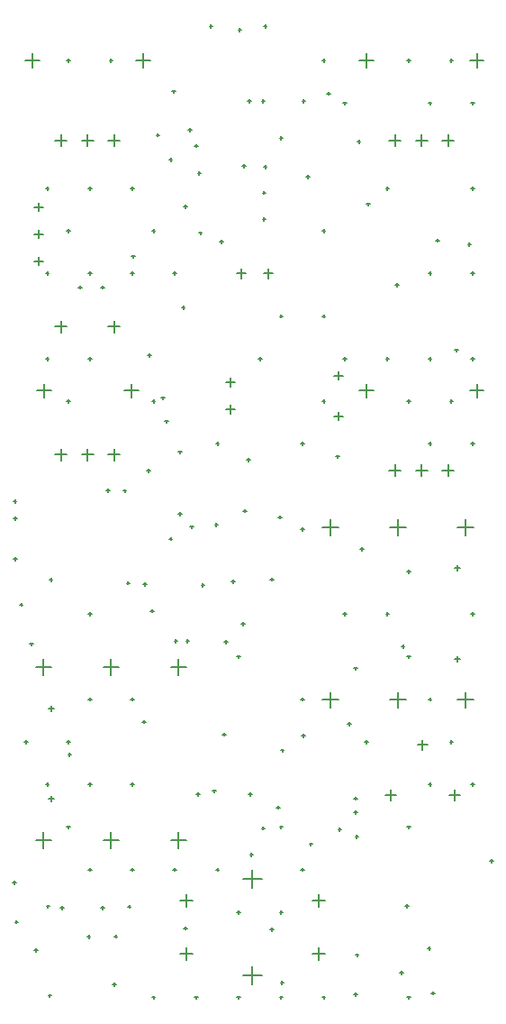
<source format=gbr>
%TF.GenerationSoftware,Altium Limited,Altium Designer,23.1.1 (15)*%
G04 Layer_Color=128*
%FSLAX26Y26*%
%MOIN*%
%TF.SameCoordinates,CF7A6AEE-9E07-4C1C-9DF4-B320C76D0393*%
%TF.FilePolarity,Positive*%
%TF.FileFunction,Drillmap*%
%TF.Part,Single*%
G01*
G75*
%TA.AperFunction,NonConductor*%
%ADD123C,0.005000*%
D123*
X344488Y2559055D02*
X387795D01*
X366142Y2537402D02*
Y2580709D01*
X147638Y2559055D02*
X190945D01*
X169291Y2537402D02*
Y2580709D01*
X80709Y2322846D02*
X131890D01*
X106299Y2297256D02*
Y2348437D01*
X344501Y2086614D02*
X387808D01*
X366155Y2064961D02*
Y2108268D01*
X246063Y2086614D02*
X289370D01*
X267716Y2064961D02*
Y2108268D01*
X147651Y2086614D02*
X190958D01*
X169304Y2064961D02*
Y2108268D01*
X403543Y2322846D02*
X454724D01*
X429134Y2297256D02*
Y2348437D01*
X446863Y3543319D02*
X498044D01*
X472454Y3517728D02*
Y3568909D01*
X147651Y3248043D02*
X190958D01*
X169304Y3226390D02*
Y3269697D01*
X246076Y3248043D02*
X289383D01*
X267729Y3226390D02*
Y3269697D01*
X344501Y3248043D02*
X387808D01*
X366155Y3226390D02*
Y3269697D01*
X37414Y3543319D02*
X88595D01*
X63005Y3517728D02*
Y3568909D01*
X1683084Y3543319D02*
X1734265D01*
X1708674Y3517728D02*
Y3568909D01*
X1383871Y3248043D02*
X1427178D01*
X1405525Y3226390D02*
Y3269697D01*
X1482296Y3248043D02*
X1525603D01*
X1503950Y3226390D02*
Y3269697D01*
X1580722Y3248043D02*
X1624029D01*
X1602375Y3226390D02*
Y3269697D01*
X1273635Y3543319D02*
X1324816D01*
X1299225Y3517728D02*
Y3568909D01*
X1273635Y2322846D02*
X1324816D01*
X1299225Y2297256D02*
Y2348437D01*
X1580722Y2027571D02*
X1624029D01*
X1602375Y2005917D02*
Y2049224D01*
X1482296Y2027571D02*
X1525603D01*
X1503950Y2005917D02*
Y2049224D01*
X1383871Y2027571D02*
X1427178D01*
X1405525Y2005917D02*
Y2049224D01*
X1683084Y2322846D02*
X1734265D01*
X1708674Y2297256D02*
Y2348437D01*
X608268Y437008D02*
X655512D01*
X631890Y413386D02*
Y460630D01*
X608268Y240157D02*
X655512D01*
X631890Y216536D02*
Y263779D01*
X1100394Y240157D02*
X1147638D01*
X1124016Y216536D02*
Y263779D01*
X1100394Y437008D02*
X1147638D01*
X1124016Y413386D02*
Y460630D01*
X844488Y515748D02*
X911417D01*
X877953Y482284D02*
Y549213D01*
X844488Y161417D02*
X911417D01*
X877953Y127953D02*
Y194882D01*
X780063Y2253150D02*
X812063D01*
X796063Y2237150D02*
Y2269150D01*
X780063Y2353150D02*
X812063D01*
X796063Y2337150D02*
Y2369150D01*
X1180063Y2378150D02*
X1212063D01*
X1196063Y2362150D02*
Y2394150D01*
X1180063Y2228150D02*
X1212063D01*
X1196063Y2212150D02*
Y2244150D01*
X918327Y2755905D02*
X953327D01*
X935827Y2738405D02*
Y2773405D01*
X818327Y2755905D02*
X853327D01*
X835827Y2738405D02*
Y2773405D01*
X1137795Y1178543D02*
X1196851D01*
X1167323Y1149016D02*
Y1208071D01*
X1637795Y1178543D02*
X1696851D01*
X1667323Y1149016D02*
Y1208071D01*
X1387795Y1178543D02*
X1446851D01*
X1417323Y1149016D02*
Y1208071D01*
X1387795Y1817520D02*
X1446851D01*
X1417323Y1787992D02*
Y1847047D01*
X1637795Y1817520D02*
X1696851D01*
X1667323Y1787992D02*
Y1847047D01*
X1137795Y1817520D02*
X1196851D01*
X1167323Y1787992D02*
Y1847047D01*
X1627953Y1665354D02*
X1647638D01*
X1637795Y1655512D02*
Y1675197D01*
X1627953Y1330709D02*
X1647638D01*
X1637795Y1320866D02*
Y1340551D01*
X574803Y1299803D02*
X633858D01*
X604331Y1270276D02*
Y1329331D01*
X74803Y1299803D02*
X133858D01*
X104331Y1270276D02*
Y1329331D01*
X324803Y1299803D02*
X383858D01*
X354331Y1270276D02*
Y1329331D01*
X324803Y660827D02*
X383858D01*
X354331Y631299D02*
Y690354D01*
X74803Y660827D02*
X133858D01*
X104331Y631299D02*
Y690354D01*
X574803Y660827D02*
X633858D01*
X604331Y631299D02*
Y690354D01*
X124016Y812992D02*
X143701D01*
X133858Y803150D02*
Y822835D01*
X124016Y1147638D02*
X143701D01*
X133858Y1137795D02*
Y1157480D01*
X1370079Y826772D02*
X1409449D01*
X1389764Y807087D02*
Y846457D01*
X1488189Y1011811D02*
X1527559D01*
X1507874Y992126D02*
Y1031496D01*
X1606299Y826772D02*
X1645669D01*
X1625984Y807087D02*
Y846457D01*
X70614Y2801575D02*
X102614D01*
X86614Y2785575D02*
Y2817575D01*
X70614Y2901575D02*
X102614D01*
X86614Y2885575D02*
Y2917575D01*
X70614Y3001575D02*
X102614D01*
X86614Y2985575D02*
Y3017575D01*
X1529527Y2440945D02*
X1541338D01*
X1535433Y2435039D02*
Y2446850D01*
X1608267Y2283464D02*
X1620078D01*
X1614173Y2277559D02*
Y2289370D01*
X978346Y708661D02*
X990157D01*
X984252Y702756D02*
Y714567D01*
X269685Y3070866D02*
X281496D01*
X275590Y3064960D02*
Y3076771D01*
X1214567Y1496063D02*
X1226378D01*
X1220472Y1490157D02*
Y1501968D01*
X1687007Y2125984D02*
X1698819D01*
X1692913Y2120078D02*
Y2131889D01*
X742126Y551181D02*
X753937D01*
X748031Y545275D02*
Y557086D01*
X112204Y866141D02*
X124016D01*
X118110Y860236D02*
Y872047D01*
X1450787Y1653543D02*
X1462598D01*
X1456693Y1647638D02*
Y1659448D01*
X1687007Y3070866D02*
X1698819D01*
X1692913Y3064960D02*
Y3076771D01*
X1258207Y673561D02*
X1270018D01*
X1264112Y667656D02*
Y679467D01*
X1529527Y2125984D02*
X1541338D01*
X1535433Y2120078D02*
Y2131889D01*
X1372047Y1496063D02*
X1383858D01*
X1377952Y1490157D02*
Y1501968D01*
X1450787Y1338582D02*
X1462598D01*
X1456693Y1332677D02*
Y1344488D01*
X1057086Y1811023D02*
X1068897D01*
X1062992Y1805118D02*
Y1816929D01*
X584645Y2755905D02*
X596456D01*
X590551Y2750000D02*
Y2761811D01*
X1687007Y1496063D02*
X1698819D01*
X1692913Y1490157D02*
Y1501968D01*
X978346Y2598425D02*
X990157D01*
X984252Y2592519D02*
Y2604330D01*
X1214567Y2440945D02*
X1226378D01*
X1220472Y2435039D02*
Y2446850D01*
X348425Y3543307D02*
X360236D01*
X354330Y3537401D02*
Y3549212D01*
X820866Y78740D02*
X832677D01*
X826771Y72835D02*
Y84645D01*
X190945Y2913385D02*
X202756D01*
X196850Y2907480D02*
Y2919291D01*
X190945Y1023622D02*
X202756D01*
X196850Y1017716D02*
Y1029527D01*
X978346Y393701D02*
X990157D01*
X984252Y387795D02*
Y399606D01*
X820866Y393701D02*
X832677D01*
X826771Y387795D02*
Y399606D01*
X112204Y2440945D02*
X124016D01*
X118110Y2435039D02*
Y2446850D01*
X33464Y1023622D02*
X45275D01*
X39370Y1017716D02*
Y1029527D01*
X1135826Y2283464D02*
X1147638D01*
X1141732Y2277559D02*
Y2289370D01*
X1450787Y3543307D02*
X1462598D01*
X1456693Y3537401D02*
Y3549212D01*
X112204Y3070866D02*
X124016D01*
X118110Y3064960D02*
Y3076771D01*
X1450787Y2283464D02*
X1462598D01*
X1456693Y2277559D02*
Y2289370D01*
X1529527Y2755905D02*
X1541338D01*
X1535433Y2750000D02*
Y2761811D01*
X1135826Y2598425D02*
X1147638D01*
X1141732Y2592519D02*
Y2604330D01*
X190945Y708661D02*
X202756D01*
X196850Y702756D02*
Y714567D01*
X1135826Y78740D02*
X1147638D01*
X1141732Y72835D02*
Y84645D01*
X1057086Y2125984D02*
X1068897D01*
X1062992Y2120078D02*
Y2131889D01*
X427165Y866141D02*
X438976D01*
X433071Y860236D02*
Y872047D01*
X1372047Y2440945D02*
X1383858D01*
X1377952Y2435039D02*
Y2446850D01*
X427165Y3070866D02*
X438976D01*
X433071Y3064960D02*
Y3076771D01*
X427165Y551181D02*
X438976D01*
X433071Y545275D02*
Y557086D01*
X505905Y78740D02*
X517716D01*
X511811Y72835D02*
Y84645D01*
X1450787Y78740D02*
X1462598D01*
X1456693Y72835D02*
Y84645D01*
X269685Y2755905D02*
X281496D01*
X275590Y2750000D02*
Y2761811D01*
X978346Y78740D02*
X990157D01*
X984252Y72835D02*
Y84645D01*
X1135826Y3543307D02*
X1147638D01*
X1141732Y3537401D02*
Y3549212D01*
X190945Y2283464D02*
X202756D01*
X196850Y2277559D02*
Y2289370D01*
X269685Y1496063D02*
X281496D01*
X275590Y1490157D02*
Y1501968D01*
X1529527Y1181102D02*
X1541338D01*
X1535433Y1175197D02*
Y1187008D01*
X505905Y2283464D02*
X517716D01*
X511811Y2277559D02*
Y2289370D01*
X1214567Y3385826D02*
X1226378D01*
X1220472Y3379921D02*
Y3391732D01*
X1057086Y551181D02*
X1068897D01*
X1062992Y545275D02*
Y557086D01*
X899606Y2440945D02*
X911417D01*
X905511Y2435039D02*
Y2446850D01*
X742126Y2125984D02*
X753937D01*
X748031Y2120078D02*
Y2131889D01*
X112204Y2755905D02*
X124016D01*
X118110Y2750000D02*
Y2761811D01*
X1450787Y708661D02*
X1462598D01*
X1456693Y702756D02*
Y714567D01*
X663386Y78740D02*
X675197D01*
X669291Y72835D02*
Y84645D01*
X1687007Y3385826D02*
X1698819D01*
X1692913Y3379921D02*
Y3391732D01*
X427165Y1181102D02*
X438976D01*
X433071Y1175197D02*
Y1187008D01*
X1608267Y3543307D02*
X1620078D01*
X1614173Y3537401D02*
Y3549212D01*
X1687007Y2755905D02*
X1698819D01*
X1692913Y2750000D02*
Y2761811D01*
X663386Y3228346D02*
X675197D01*
X669291Y3222441D02*
Y3234251D01*
X584645Y551181D02*
X596456D01*
X590551Y545275D02*
Y557086D01*
X269685Y1181102D02*
X281496D01*
X275590Y1175197D02*
Y1187008D01*
X1687007Y2440945D02*
X1698819D01*
X1692913Y2435039D02*
Y2446850D01*
X1608267Y1023622D02*
X1620078D01*
X1614173Y1017716D02*
Y1029527D01*
X1529527Y3385826D02*
X1541338D01*
X1535433Y3379921D02*
Y3391732D01*
X1687007Y866141D02*
X1698819D01*
X1692913Y860236D02*
Y872047D01*
X1135826Y2913385D02*
X1147638D01*
X1141732Y2907480D02*
Y2919291D01*
X1057086Y1181102D02*
X1068897D01*
X1062992Y1175197D02*
Y1187008D01*
X505905Y2913385D02*
X517716D01*
X511811Y2907480D02*
Y2919291D01*
X427165Y2755905D02*
X438976D01*
X433071Y2750000D02*
Y2761811D01*
X190945Y3543307D02*
X202756D01*
X196850Y3537401D02*
Y3549212D01*
X1372047Y3070866D02*
X1383858D01*
X1377952Y3064960D02*
Y3076771D01*
X1529527Y866141D02*
X1541338D01*
X1535433Y860236D02*
Y872047D01*
X269685Y866141D02*
X281496D01*
X275590Y860236D02*
Y872047D01*
X820866Y1338582D02*
X832677D01*
X826771Y1332677D02*
Y1344488D01*
X1293307Y1023622D02*
X1305118D01*
X1299212Y1017716D02*
Y1029527D01*
X269685Y2440945D02*
X281496D01*
X275590Y2435039D02*
Y2446850D01*
X269685Y551181D02*
X281496D01*
X275590Y545275D02*
Y557086D01*
X616142Y2629921D02*
X627953D01*
X622047Y2624016D02*
Y2635827D01*
X1076276Y3113677D02*
X1088087D01*
X1082181Y3107772D02*
Y3119583D01*
X1757874Y582677D02*
X1769685D01*
X1763780Y576772D02*
Y588583D01*
X1443323Y417502D02*
X1455134D01*
X1449229Y411596D02*
Y423407D01*
X1525591Y259842D02*
X1537402D01*
X1531496Y253937D02*
Y265748D01*
X1258858Y235236D02*
X1270669D01*
X1264764Y229331D02*
Y241142D01*
X1423228Y169291D02*
X1435039D01*
X1429134Y163386D02*
Y175197D01*
X1541339Y94488D02*
X1553150D01*
X1547244Y88583D02*
Y100394D01*
X1194882Y700787D02*
X1206693D01*
X1200787Y694882D02*
Y706693D01*
X967587Y781104D02*
X979398D01*
X973493Y775198D02*
Y787010D01*
X-7874Y1913740D02*
X3937D01*
X-1968Y1907835D02*
Y1919646D01*
X411417Y1611273D02*
X423228D01*
X417323Y1605368D02*
Y1617179D01*
X500907Y1507874D02*
X512718D01*
X506813Y1501968D02*
Y1513780D01*
X978346Y3255905D02*
X990158D01*
X984252Y3250000D02*
Y3261811D01*
X588583Y1397638D02*
X600394D01*
X594488Y1391732D02*
Y1403543D01*
X767717Y1051181D02*
X779528D01*
X773622Y1045276D02*
Y1057087D01*
X1253937Y763779D02*
X1265748D01*
X1259842Y757874D02*
Y769685D01*
X943110Y1625000D02*
X954921D01*
X949016Y1619094D02*
Y1630906D01*
X675197Y3125984D02*
X687008D01*
X681102Y3120079D02*
Y3131890D01*
X1253937Y90551D02*
X1265748D01*
X1259842Y84646D02*
Y96457D01*
X730315Y842520D02*
X742126D01*
X736221Y836614D02*
Y848425D01*
X1253937Y1295276D02*
X1265748D01*
X1259842Y1289370D02*
Y1301181D01*
X1277559Y1736220D02*
X1289370D01*
X1283465Y1730315D02*
Y1742126D01*
X1187008Y2078740D02*
X1198819D01*
X1192913Y2072835D02*
Y2084646D01*
X801244Y1617654D02*
X813054D01*
X807149Y1611749D02*
Y1623560D01*
X974150Y1854590D02*
X985961D01*
X980056Y1848684D02*
Y1860495D01*
X844488Y1878449D02*
X856299D01*
X850394Y1872543D02*
Y1884354D01*
X982284Y992126D02*
X994095D01*
X988189Y986221D02*
Y998032D01*
X1061024Y1047244D02*
X1072835D01*
X1066929Y1041339D02*
Y1053150D01*
X639764Y3287402D02*
X651575D01*
X645669Y3281496D02*
Y3293307D01*
X125591Y1623622D02*
X137402D01*
X131496Y1617717D02*
Y1629528D01*
X167323Y409449D02*
X179134D01*
X173228Y403543D02*
Y415354D01*
X365748Y304724D02*
X377559D01*
X371654Y298819D02*
Y310630D01*
X265748Y303150D02*
X277559D01*
X271654Y297244D02*
Y309055D01*
X415748Y414370D02*
X427559D01*
X421654Y408465D02*
Y420276D01*
X316929Y409449D02*
X328740D01*
X322835Y403543D02*
Y415354D01*
X1429134Y1375984D02*
X1440945D01*
X1435039Y1370079D02*
Y1381890D01*
X1230315Y1090551D02*
X1242126D01*
X1236220Y1084646D02*
Y1096457D01*
X837110Y1460134D02*
X848921D01*
X843016Y1454228D02*
Y1466039D01*
X624016Y334646D02*
X635827D01*
X629921Y328740D02*
Y340551D01*
X114934Y415861D02*
X126746D01*
X120840Y409955D02*
Y421766D01*
X121551Y85142D02*
X133362D01*
X127457Y79236D02*
Y91047D01*
X981788Y134354D02*
X993598D01*
X987693Y128449D02*
Y140260D01*
X942913Y330709D02*
X954724D01*
X948819Y324803D02*
Y336614D01*
X-9842Y503937D02*
X1969D01*
X-3937Y498031D02*
Y509842D01*
X-1968Y358268D02*
X9842D01*
X3937Y352362D02*
Y364173D01*
X71260Y253543D02*
X83071D01*
X77165Y247638D02*
Y259449D01*
X194882Y976378D02*
X206693D01*
X200787Y970472D02*
Y982284D01*
X470473Y1098425D02*
X482284D01*
X476378Y1092520D02*
Y1104331D01*
X671260Y830709D02*
X683071D01*
X677165Y824803D02*
Y836614D01*
X1061417Y3393307D02*
X1073228D01*
X1067323Y3387402D02*
Y3399213D01*
X857156Y2066073D02*
X868967D01*
X863061Y2060167D02*
Y2071978D01*
X757874Y2874016D02*
X769685D01*
X763779Y2868110D02*
Y2879921D01*
X840551Y3153543D02*
X852362D01*
X846457Y3147638D02*
Y3159449D01*
X915354Y3055118D02*
X927165D01*
X921260Y3049213D02*
Y3061024D01*
X915354Y2956693D02*
X927165D01*
X921260Y2950787D02*
Y2962598D01*
X541339Y2295276D02*
X553150D01*
X547244Y2289370D02*
Y2301181D01*
X1253937Y814961D02*
X1265748D01*
X1259842Y809055D02*
Y820866D01*
X919291Y3149606D02*
X931102D01*
X925197Y3143701D02*
Y3155512D01*
X581205Y3428638D02*
X593016D01*
X587110Y3422732D02*
Y3434543D01*
X521654Y3267716D02*
X533465D01*
X527559Y3261811D02*
Y3273622D01*
X568898Y3177165D02*
X580709D01*
X574803Y3171260D02*
Y3183071D01*
X569394Y1775094D02*
X581205D01*
X575299Y1769189D02*
Y1781000D01*
X688622Y1603720D02*
X700433D01*
X694528Y1597815D02*
Y1609626D01*
X1154161Y3421260D02*
X1165972D01*
X1160066Y3415354D02*
Y3427165D01*
X1265748Y3244095D02*
X1277559D01*
X1271653Y3238189D02*
Y3250000D01*
X1627953Y2472441D02*
X1639764D01*
X1633858Y2466535D02*
Y2478346D01*
X1674701Y2862701D02*
X1686512D01*
X1680606Y2856795D02*
Y2868606D01*
X718504Y3669291D02*
X730315D01*
X724409Y3663386D02*
Y3675197D01*
X860236Y3393701D02*
X872047D01*
X866142Y3387795D02*
Y3399606D01*
X911417Y3393701D02*
X923228D01*
X917323Y3387795D02*
Y3399606D01*
X919291Y3669291D02*
X931102D01*
X925197Y3663386D02*
Y3675197D01*
X824803Y3657480D02*
X836614D01*
X830709Y3651575D02*
Y3663386D01*
X1407480Y2712598D02*
X1419291D01*
X1413386Y2706693D02*
Y2718504D01*
X1557087Y2877953D02*
X1568898D01*
X1562992Y2872047D02*
Y2883858D01*
X553150Y2208661D02*
X564961D01*
X559055Y2202756D02*
Y2214567D01*
X602953Y2095866D02*
X614764D01*
X608858Y2089961D02*
Y2101772D01*
X234252Y2704724D02*
X246063D01*
X240157Y2698819D02*
Y2710630D01*
X490158Y2452756D02*
X501969D01*
X496063Y2446850D02*
Y2458661D01*
X399110Y1952260D02*
X410921D01*
X405016Y1946354D02*
Y1958165D01*
X624512Y3003441D02*
X636323D01*
X630417Y2997535D02*
Y3009346D01*
X-5906Y1850394D02*
X5906D01*
X0Y1844488D02*
Y1856299D01*
X679134Y2905512D02*
X690945D01*
X685039Y2899606D02*
Y2911417D01*
X1301181Y3011811D02*
X1312992D01*
X1307087Y3005905D02*
Y3017716D01*
X316929Y2704724D02*
X328740D01*
X322835Y2698819D02*
Y2710630D01*
X431102Y2818898D02*
X442913D01*
X437008Y2812992D02*
Y2824803D01*
X864173Y830709D02*
X875984D01*
X870079Y824803D02*
Y836614D01*
X1088583Y645669D02*
X1100394D01*
X1094488Y639764D02*
Y651575D01*
X360236Y125984D02*
X372047D01*
X366142Y120079D02*
Y131890D01*
X631890Y1397638D02*
X643701D01*
X637795Y1391732D02*
Y1403543D01*
X773622Y1393701D02*
X785433D01*
X779528Y1387795D02*
Y1399606D01*
X647638Y1818898D02*
X659449D01*
X653543Y1812992D02*
Y1824803D01*
X336614Y1952756D02*
X348425D01*
X342520Y1946850D02*
Y1958661D01*
X738189Y1826772D02*
X750000D01*
X744095Y1820866D02*
Y1832677D01*
X15748Y1531496D02*
X27559D01*
X21654Y1525591D02*
Y1537402D01*
X474409Y1606299D02*
X486221D01*
X480315Y1600394D02*
Y1612205D01*
X604331Y1866142D02*
X616142D01*
X610236Y1860236D02*
Y1872047D01*
X486221Y2027559D02*
X498031D01*
X492126Y2021654D02*
Y2033465D01*
X868110Y606299D02*
X879921D01*
X874016Y600394D02*
Y612205D01*
X911417Y704724D02*
X923228D01*
X917323Y698819D02*
Y710630D01*
X-5906Y1700787D02*
X5906D01*
X0Y1694882D02*
Y1706693D01*
X53150Y1385827D02*
X64961D01*
X59055Y1379921D02*
Y1391732D01*
%TF.MD5,df46b91b44b8324605fe28fde78ff9d5*%
M02*

</source>
